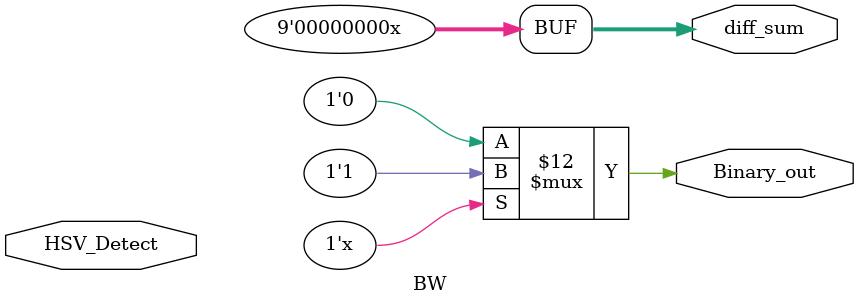
<source format=v>
`timescale 1ns / 1ps


module BW(

input [23:0] HSV_Detect,
output reg Binary_out,
output reg [8:0] diff_sum
);
reg [7:0] H_diff;
reg [7:0] S_diff;
reg [7:0] V_diff;
always@(*) begin
//different for each channel
//Hue
if(180> HSV_Detect[23:16]>0)
H_diff <= 1;
else
H_diff <= 0;
//Saturation
if(30 > HSV_Detect[15:8]>0)
S_diff <=1;
else
S_diff <=0;
//Value
if(221> HSV_Detect[7:0]>255)
V_diff <= 1;
else
V_diff <= 0;
diff_sum <= H_diff&& S_diff && V_diff ;
// threshold
if(diff_sum)
Binary_out <= 1;
else
Binary_out <= 0;
end
endmodule

</source>
